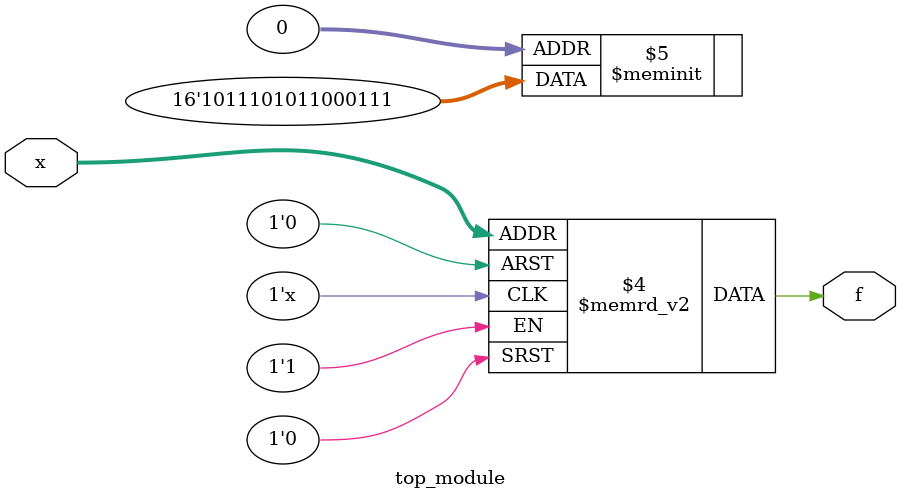
<source format=sv>
module top_module (
    input [4:1] x,
    output logic f
);

always_comb begin
    case ({x[4], x[3], x[2], x[1]})
        4'b0000: f = 1'b1;
        4'b0001: f = 1'b1;
        4'b0011: f = 1'b0;
        4'b0010: f = 1'b1;
        4'b0100: f = 1'b0;
        4'b0101: f = 1'b0;
        4'b0111: f = 1'b1;
        4'b0110: f = 1'b1;
        4'b1000: f = 1'b0;
        4'b1001: f = 1'b1;
        4'b1011: f = 1'b1;
        4'b1010: f = 1'b0;
        4'b1100: f = 1'b1;
        4'b1101: f = 1'b1;
        4'b1111: f = 1'b1;
        4'b1110: f = 1'b0;
        default: f = 1'bx;
    endcase
end

endmodule

</source>
